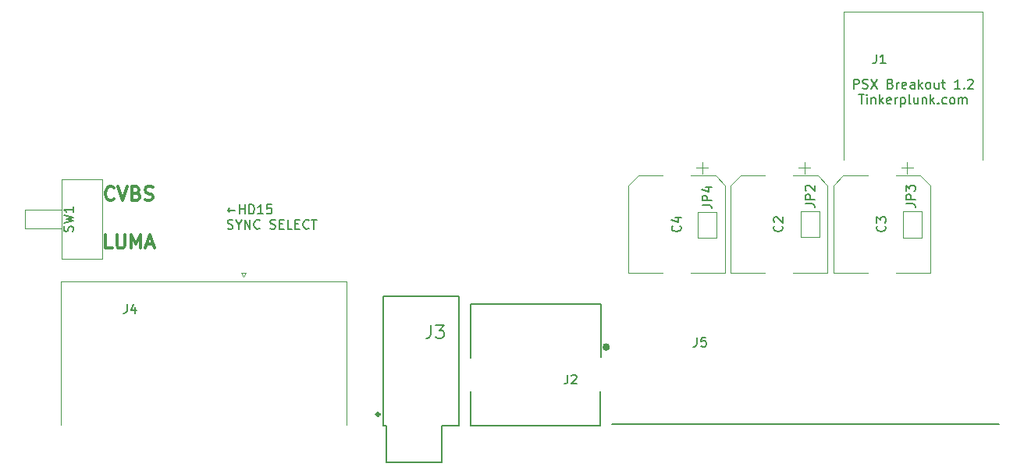
<source format=gto>
G04 #@! TF.GenerationSoftware,KiCad,Pcbnew,(5.1.0)-1*
G04 #@! TF.CreationDate,2019-07-31T11:59:21-04:00*
G04 #@! TF.ProjectId,PSX Breakout,50535820-4272-4656-916b-6f75742e6b69,rev?*
G04 #@! TF.SameCoordinates,Original*
G04 #@! TF.FileFunction,Legend,Top*
G04 #@! TF.FilePolarity,Positive*
%FSLAX46Y46*%
G04 Gerber Fmt 4.6, Leading zero omitted, Abs format (unit mm)*
G04 Created by KiCad (PCBNEW (5.1.0)-1) date 2019-07-31 11:59:21*
%MOMM*%
%LPD*%
G04 APERTURE LIST*
%ADD10C,0.300000*%
%ADD11C,0.150000*%
%ADD12C,0.400000*%
%ADD13C,0.127000*%
%ADD14C,0.120000*%
%ADD15C,0.340000*%
G04 APERTURE END LIST*
D10*
X95478571Y-85678571D02*
X94764285Y-85678571D01*
X94764285Y-84178571D01*
X95978571Y-84178571D02*
X95978571Y-85392857D01*
X96050000Y-85535714D01*
X96121428Y-85607142D01*
X96264285Y-85678571D01*
X96550000Y-85678571D01*
X96692857Y-85607142D01*
X96764285Y-85535714D01*
X96835714Y-85392857D01*
X96835714Y-84178571D01*
X97550000Y-85678571D02*
X97550000Y-84178571D01*
X98050000Y-85250000D01*
X98550000Y-84178571D01*
X98550000Y-85678571D01*
X99192857Y-85250000D02*
X99907142Y-85250000D01*
X99050000Y-85678571D02*
X99550000Y-84178571D01*
X100050000Y-85678571D01*
X95657142Y-80335714D02*
X95585714Y-80407142D01*
X95371428Y-80478571D01*
X95228571Y-80478571D01*
X95014285Y-80407142D01*
X94871428Y-80264285D01*
X94800000Y-80121428D01*
X94728571Y-79835714D01*
X94728571Y-79621428D01*
X94800000Y-79335714D01*
X94871428Y-79192857D01*
X95014285Y-79050000D01*
X95228571Y-78978571D01*
X95371428Y-78978571D01*
X95585714Y-79050000D01*
X95657142Y-79121428D01*
X96085714Y-78978571D02*
X96585714Y-80478571D01*
X97085714Y-78978571D01*
X98085714Y-79692857D02*
X98300000Y-79764285D01*
X98371428Y-79835714D01*
X98442857Y-79978571D01*
X98442857Y-80192857D01*
X98371428Y-80335714D01*
X98300000Y-80407142D01*
X98157142Y-80478571D01*
X97585714Y-80478571D01*
X97585714Y-78978571D01*
X98085714Y-78978571D01*
X98228571Y-79050000D01*
X98300000Y-79121428D01*
X98371428Y-79264285D01*
X98371428Y-79407142D01*
X98300000Y-79550000D01*
X98228571Y-79621428D01*
X98085714Y-79692857D01*
X97585714Y-79692857D01*
X99014285Y-80407142D02*
X99228571Y-80478571D01*
X99585714Y-80478571D01*
X99728571Y-80407142D01*
X99800000Y-80335714D01*
X99871428Y-80192857D01*
X99871428Y-80050000D01*
X99800000Y-79907142D01*
X99728571Y-79835714D01*
X99585714Y-79764285D01*
X99300000Y-79692857D01*
X99157142Y-79621428D01*
X99085714Y-79550000D01*
X99014285Y-79407142D01*
X99014285Y-79264285D01*
X99085714Y-79121428D01*
X99157142Y-79050000D01*
X99300000Y-78978571D01*
X99657142Y-78978571D01*
X99871428Y-79050000D01*
D11*
X175919619Y-68334380D02*
X175919619Y-67334380D01*
X176300571Y-67334380D01*
X176395809Y-67382000D01*
X176443428Y-67429619D01*
X176491047Y-67524857D01*
X176491047Y-67667714D01*
X176443428Y-67762952D01*
X176395809Y-67810571D01*
X176300571Y-67858190D01*
X175919619Y-67858190D01*
X176872000Y-68286761D02*
X177014857Y-68334380D01*
X177252952Y-68334380D01*
X177348190Y-68286761D01*
X177395809Y-68239142D01*
X177443428Y-68143904D01*
X177443428Y-68048666D01*
X177395809Y-67953428D01*
X177348190Y-67905809D01*
X177252952Y-67858190D01*
X177062476Y-67810571D01*
X176967238Y-67762952D01*
X176919619Y-67715333D01*
X176872000Y-67620095D01*
X176872000Y-67524857D01*
X176919619Y-67429619D01*
X176967238Y-67382000D01*
X177062476Y-67334380D01*
X177300571Y-67334380D01*
X177443428Y-67382000D01*
X177776761Y-67334380D02*
X178443428Y-68334380D01*
X178443428Y-67334380D02*
X177776761Y-68334380D01*
X179919619Y-67810571D02*
X180062476Y-67858190D01*
X180110095Y-67905809D01*
X180157714Y-68001047D01*
X180157714Y-68143904D01*
X180110095Y-68239142D01*
X180062476Y-68286761D01*
X179967238Y-68334380D01*
X179586285Y-68334380D01*
X179586285Y-67334380D01*
X179919619Y-67334380D01*
X180014857Y-67382000D01*
X180062476Y-67429619D01*
X180110095Y-67524857D01*
X180110095Y-67620095D01*
X180062476Y-67715333D01*
X180014857Y-67762952D01*
X179919619Y-67810571D01*
X179586285Y-67810571D01*
X180586285Y-68334380D02*
X180586285Y-67667714D01*
X180586285Y-67858190D02*
X180633904Y-67762952D01*
X180681523Y-67715333D01*
X180776761Y-67667714D01*
X180872000Y-67667714D01*
X181586285Y-68286761D02*
X181491047Y-68334380D01*
X181300571Y-68334380D01*
X181205333Y-68286761D01*
X181157714Y-68191523D01*
X181157714Y-67810571D01*
X181205333Y-67715333D01*
X181300571Y-67667714D01*
X181491047Y-67667714D01*
X181586285Y-67715333D01*
X181633904Y-67810571D01*
X181633904Y-67905809D01*
X181157714Y-68001047D01*
X182491047Y-68334380D02*
X182491047Y-67810571D01*
X182443428Y-67715333D01*
X182348190Y-67667714D01*
X182157714Y-67667714D01*
X182062476Y-67715333D01*
X182491047Y-68286761D02*
X182395809Y-68334380D01*
X182157714Y-68334380D01*
X182062476Y-68286761D01*
X182014857Y-68191523D01*
X182014857Y-68096285D01*
X182062476Y-68001047D01*
X182157714Y-67953428D01*
X182395809Y-67953428D01*
X182491047Y-67905809D01*
X182967238Y-68334380D02*
X182967238Y-67334380D01*
X183062476Y-67953428D02*
X183348190Y-68334380D01*
X183348190Y-67667714D02*
X182967238Y-68048666D01*
X183919619Y-68334380D02*
X183824380Y-68286761D01*
X183776761Y-68239142D01*
X183729142Y-68143904D01*
X183729142Y-67858190D01*
X183776761Y-67762952D01*
X183824380Y-67715333D01*
X183919619Y-67667714D01*
X184062476Y-67667714D01*
X184157714Y-67715333D01*
X184205333Y-67762952D01*
X184252952Y-67858190D01*
X184252952Y-68143904D01*
X184205333Y-68239142D01*
X184157714Y-68286761D01*
X184062476Y-68334380D01*
X183919619Y-68334380D01*
X185110095Y-67667714D02*
X185110095Y-68334380D01*
X184681523Y-67667714D02*
X184681523Y-68191523D01*
X184729142Y-68286761D01*
X184824380Y-68334380D01*
X184967238Y-68334380D01*
X185062476Y-68286761D01*
X185110095Y-68239142D01*
X185443428Y-67667714D02*
X185824380Y-67667714D01*
X185586285Y-67334380D02*
X185586285Y-68191523D01*
X185633904Y-68286761D01*
X185729142Y-68334380D01*
X185824380Y-68334380D01*
X187443428Y-68334380D02*
X186872000Y-68334380D01*
X187157714Y-68334380D02*
X187157714Y-67334380D01*
X187062476Y-67477238D01*
X186967238Y-67572476D01*
X186872000Y-67620095D01*
X187872000Y-68239142D02*
X187919619Y-68286761D01*
X187872000Y-68334380D01*
X187824380Y-68286761D01*
X187872000Y-68239142D01*
X187872000Y-68334380D01*
X188300571Y-67429619D02*
X188348190Y-67382000D01*
X188443428Y-67334380D01*
X188681523Y-67334380D01*
X188776761Y-67382000D01*
X188824380Y-67429619D01*
X188872000Y-67524857D01*
X188872000Y-67620095D01*
X188824380Y-67762952D01*
X188252952Y-68334380D01*
X188872000Y-68334380D01*
X176443428Y-68984380D02*
X177014857Y-68984380D01*
X176729142Y-69984380D02*
X176729142Y-68984380D01*
X177348190Y-69984380D02*
X177348190Y-69317714D01*
X177348190Y-68984380D02*
X177300571Y-69032000D01*
X177348190Y-69079619D01*
X177395809Y-69032000D01*
X177348190Y-68984380D01*
X177348190Y-69079619D01*
X177824380Y-69317714D02*
X177824380Y-69984380D01*
X177824380Y-69412952D02*
X177872000Y-69365333D01*
X177967238Y-69317714D01*
X178110095Y-69317714D01*
X178205333Y-69365333D01*
X178252952Y-69460571D01*
X178252952Y-69984380D01*
X178729142Y-69984380D02*
X178729142Y-68984380D01*
X178824380Y-69603428D02*
X179110095Y-69984380D01*
X179110095Y-69317714D02*
X178729142Y-69698666D01*
X179919619Y-69936761D02*
X179824380Y-69984380D01*
X179633904Y-69984380D01*
X179538666Y-69936761D01*
X179491047Y-69841523D01*
X179491047Y-69460571D01*
X179538666Y-69365333D01*
X179633904Y-69317714D01*
X179824380Y-69317714D01*
X179919619Y-69365333D01*
X179967238Y-69460571D01*
X179967238Y-69555809D01*
X179491047Y-69651047D01*
X180395809Y-69984380D02*
X180395809Y-69317714D01*
X180395809Y-69508190D02*
X180443428Y-69412952D01*
X180491047Y-69365333D01*
X180586285Y-69317714D01*
X180681523Y-69317714D01*
X181014857Y-69317714D02*
X181014857Y-70317714D01*
X181014857Y-69365333D02*
X181110095Y-69317714D01*
X181300571Y-69317714D01*
X181395809Y-69365333D01*
X181443428Y-69412952D01*
X181491047Y-69508190D01*
X181491047Y-69793904D01*
X181443428Y-69889142D01*
X181395809Y-69936761D01*
X181300571Y-69984380D01*
X181110095Y-69984380D01*
X181014857Y-69936761D01*
X182062476Y-69984380D02*
X181967238Y-69936761D01*
X181919619Y-69841523D01*
X181919619Y-68984380D01*
X182872000Y-69317714D02*
X182872000Y-69984380D01*
X182443428Y-69317714D02*
X182443428Y-69841523D01*
X182491047Y-69936761D01*
X182586285Y-69984380D01*
X182729142Y-69984380D01*
X182824380Y-69936761D01*
X182872000Y-69889142D01*
X183348190Y-69317714D02*
X183348190Y-69984380D01*
X183348190Y-69412952D02*
X183395809Y-69365333D01*
X183491047Y-69317714D01*
X183633904Y-69317714D01*
X183729142Y-69365333D01*
X183776761Y-69460571D01*
X183776761Y-69984380D01*
X184252952Y-69984380D02*
X184252952Y-68984380D01*
X184348190Y-69603428D02*
X184633904Y-69984380D01*
X184633904Y-69317714D02*
X184252952Y-69698666D01*
X185062476Y-69889142D02*
X185110095Y-69936761D01*
X185062476Y-69984380D01*
X185014857Y-69936761D01*
X185062476Y-69889142D01*
X185062476Y-69984380D01*
X185967238Y-69936761D02*
X185872000Y-69984380D01*
X185681523Y-69984380D01*
X185586285Y-69936761D01*
X185538666Y-69889142D01*
X185491047Y-69793904D01*
X185491047Y-69508190D01*
X185538666Y-69412952D01*
X185586285Y-69365333D01*
X185681523Y-69317714D01*
X185872000Y-69317714D01*
X185967238Y-69365333D01*
X186538666Y-69984380D02*
X186443428Y-69936761D01*
X186395809Y-69889142D01*
X186348190Y-69793904D01*
X186348190Y-69508190D01*
X186395809Y-69412952D01*
X186443428Y-69365333D01*
X186538666Y-69317714D01*
X186681523Y-69317714D01*
X186776761Y-69365333D01*
X186824380Y-69412952D01*
X186872000Y-69508190D01*
X186872000Y-69793904D01*
X186824380Y-69889142D01*
X186776761Y-69936761D01*
X186681523Y-69984380D01*
X186538666Y-69984380D01*
X187300571Y-69984380D02*
X187300571Y-69317714D01*
X187300571Y-69412952D02*
X187348190Y-69365333D01*
X187443428Y-69317714D01*
X187586285Y-69317714D01*
X187681523Y-69365333D01*
X187729142Y-69460571D01*
X187729142Y-69984380D01*
X187729142Y-69460571D02*
X187776761Y-69365333D01*
X187872000Y-69317714D01*
X188014857Y-69317714D01*
X188110095Y-69365333D01*
X188157714Y-69460571D01*
X188157714Y-69984380D01*
X108797500Y-81546428D02*
X108035595Y-81546428D01*
X108226071Y-81736904D02*
X108035595Y-81546428D01*
X108226071Y-81355952D01*
X109273690Y-81927380D02*
X109273690Y-80927380D01*
X109273690Y-81403571D02*
X109845119Y-81403571D01*
X109845119Y-81927380D02*
X109845119Y-80927380D01*
X110321309Y-81927380D02*
X110321309Y-80927380D01*
X110559404Y-80927380D01*
X110702261Y-80975000D01*
X110797500Y-81070238D01*
X110845119Y-81165476D01*
X110892738Y-81355952D01*
X110892738Y-81498809D01*
X110845119Y-81689285D01*
X110797500Y-81784523D01*
X110702261Y-81879761D01*
X110559404Y-81927380D01*
X110321309Y-81927380D01*
X111845119Y-81927380D02*
X111273690Y-81927380D01*
X111559404Y-81927380D02*
X111559404Y-80927380D01*
X111464166Y-81070238D01*
X111368928Y-81165476D01*
X111273690Y-81213095D01*
X112749880Y-80927380D02*
X112273690Y-80927380D01*
X112226071Y-81403571D01*
X112273690Y-81355952D01*
X112368928Y-81308333D01*
X112607023Y-81308333D01*
X112702261Y-81355952D01*
X112749880Y-81403571D01*
X112797500Y-81498809D01*
X112797500Y-81736904D01*
X112749880Y-81832142D01*
X112702261Y-81879761D01*
X112607023Y-81927380D01*
X112368928Y-81927380D01*
X112273690Y-81879761D01*
X112226071Y-81832142D01*
X107987976Y-83529761D02*
X108130833Y-83577380D01*
X108368928Y-83577380D01*
X108464166Y-83529761D01*
X108511785Y-83482142D01*
X108559404Y-83386904D01*
X108559404Y-83291666D01*
X108511785Y-83196428D01*
X108464166Y-83148809D01*
X108368928Y-83101190D01*
X108178452Y-83053571D01*
X108083214Y-83005952D01*
X108035595Y-82958333D01*
X107987976Y-82863095D01*
X107987976Y-82767857D01*
X108035595Y-82672619D01*
X108083214Y-82625000D01*
X108178452Y-82577380D01*
X108416547Y-82577380D01*
X108559404Y-82625000D01*
X109178452Y-83101190D02*
X109178452Y-83577380D01*
X108845119Y-82577380D02*
X109178452Y-83101190D01*
X109511785Y-82577380D01*
X109845119Y-83577380D02*
X109845119Y-82577380D01*
X110416547Y-83577380D01*
X110416547Y-82577380D01*
X111464166Y-83482142D02*
X111416547Y-83529761D01*
X111273690Y-83577380D01*
X111178452Y-83577380D01*
X111035595Y-83529761D01*
X110940357Y-83434523D01*
X110892738Y-83339285D01*
X110845119Y-83148809D01*
X110845119Y-83005952D01*
X110892738Y-82815476D01*
X110940357Y-82720238D01*
X111035595Y-82625000D01*
X111178452Y-82577380D01*
X111273690Y-82577380D01*
X111416547Y-82625000D01*
X111464166Y-82672619D01*
X112607023Y-83529761D02*
X112749880Y-83577380D01*
X112987976Y-83577380D01*
X113083214Y-83529761D01*
X113130833Y-83482142D01*
X113178452Y-83386904D01*
X113178452Y-83291666D01*
X113130833Y-83196428D01*
X113083214Y-83148809D01*
X112987976Y-83101190D01*
X112797500Y-83053571D01*
X112702261Y-83005952D01*
X112654642Y-82958333D01*
X112607023Y-82863095D01*
X112607023Y-82767857D01*
X112654642Y-82672619D01*
X112702261Y-82625000D01*
X112797500Y-82577380D01*
X113035595Y-82577380D01*
X113178452Y-82625000D01*
X113607023Y-83053571D02*
X113940357Y-83053571D01*
X114083214Y-83577380D02*
X113607023Y-83577380D01*
X113607023Y-82577380D01*
X114083214Y-82577380D01*
X114987976Y-83577380D02*
X114511785Y-83577380D01*
X114511785Y-82577380D01*
X115321309Y-83053571D02*
X115654642Y-83053571D01*
X115797500Y-83577380D02*
X115321309Y-83577380D01*
X115321309Y-82577380D01*
X115797500Y-82577380D01*
X116797500Y-83482142D02*
X116749880Y-83529761D01*
X116607023Y-83577380D01*
X116511785Y-83577380D01*
X116368928Y-83529761D01*
X116273690Y-83434523D01*
X116226071Y-83339285D01*
X116178452Y-83148809D01*
X116178452Y-83005952D01*
X116226071Y-82815476D01*
X116273690Y-82720238D01*
X116368928Y-82625000D01*
X116511785Y-82577380D01*
X116607023Y-82577380D01*
X116749880Y-82625000D01*
X116797500Y-82672619D01*
X117083214Y-82577380D02*
X117654642Y-82577380D01*
X117368928Y-83577380D02*
X117368928Y-82577380D01*
D12*
X149260000Y-96400000D02*
G75*
G03X149260000Y-96400000I-200000J0D01*
G01*
D13*
X134350000Y-91700000D02*
X134350000Y-97550000D01*
X134350000Y-104900000D02*
X134350000Y-101210000D01*
X148450000Y-91700000D02*
X148450000Y-97500000D01*
X148400000Y-104900000D02*
X148400000Y-101210000D01*
X134350000Y-91700000D02*
X148450000Y-91700000D01*
X148400000Y-104900000D02*
X134350000Y-104900000D01*
D11*
X149660000Y-104800000D02*
X191660000Y-104800000D01*
D14*
X174830000Y-60000000D02*
X189930000Y-60000000D01*
X189930000Y-60000000D02*
X189930000Y-76100000D01*
X174830000Y-60000000D02*
X174830000Y-76100000D01*
X162553000Y-88318000D02*
X166303000Y-88318000D01*
X173073000Y-88318000D02*
X169323000Y-88318000D01*
X173073000Y-78862437D02*
X173073000Y-88318000D01*
X162553000Y-78862437D02*
X162553000Y-88318000D01*
X163617437Y-77798000D02*
X166303000Y-77798000D01*
X172008563Y-77798000D02*
X169323000Y-77798000D01*
X172008563Y-77798000D02*
X173073000Y-78862437D01*
X163617437Y-77798000D02*
X162553000Y-78862437D01*
X170573000Y-76308000D02*
X170573000Y-77558000D01*
X171198000Y-76933000D02*
X169948000Y-76933000D01*
X182328000Y-76933000D02*
X181078000Y-76933000D01*
X181703000Y-76308000D02*
X181703000Y-77558000D01*
X174747437Y-77798000D02*
X173683000Y-78862437D01*
X183138563Y-77798000D02*
X184203000Y-78862437D01*
X183138563Y-77798000D02*
X180453000Y-77798000D01*
X174747437Y-77798000D02*
X177433000Y-77798000D01*
X173683000Y-78862437D02*
X173683000Y-88318000D01*
X184203000Y-78862437D02*
X184203000Y-88318000D01*
X184203000Y-88318000D02*
X180453000Y-88318000D01*
X173683000Y-88318000D02*
X177433000Y-88318000D01*
X151458000Y-88318000D02*
X155208000Y-88318000D01*
X161978000Y-88318000D02*
X158228000Y-88318000D01*
X161978000Y-78862437D02*
X161978000Y-88318000D01*
X151458000Y-78862437D02*
X151458000Y-88318000D01*
X152522437Y-77798000D02*
X155208000Y-77798000D01*
X160913563Y-77798000D02*
X158228000Y-77798000D01*
X160913563Y-77798000D02*
X161978000Y-78862437D01*
X152522437Y-77798000D02*
X151458000Y-78862437D01*
X159478000Y-76308000D02*
X159478000Y-77558000D01*
X160103000Y-76933000D02*
X158853000Y-76933000D01*
X170196000Y-81658000D02*
X172196000Y-81658000D01*
X170196000Y-84458000D02*
X170196000Y-81658000D01*
X172196000Y-84458000D02*
X170196000Y-84458000D01*
X172196000Y-81658000D02*
X172196000Y-84458000D01*
X183245000Y-81695000D02*
X183245000Y-84495000D01*
X183245000Y-84495000D02*
X181245000Y-84495000D01*
X181245000Y-84495000D02*
X181245000Y-81695000D01*
X181245000Y-81695000D02*
X183245000Y-81695000D01*
X159020000Y-81748000D02*
X161020000Y-81748000D01*
X159020000Y-84548000D02*
X159020000Y-81748000D01*
X161020000Y-84548000D02*
X159020000Y-84548000D01*
X161020000Y-81748000D02*
X161020000Y-84548000D01*
X86000000Y-81500000D02*
X90000000Y-81500000D01*
X86000000Y-83500000D02*
X86000000Y-81500000D01*
X90000000Y-83500000D02*
X86000000Y-83500000D01*
X94400000Y-78200000D02*
X94400000Y-86800000D01*
X90000000Y-78200000D02*
X94400000Y-78200000D01*
X90000000Y-86800000D02*
X90000000Y-78200000D01*
X94400000Y-86800000D02*
X90000000Y-86800000D01*
D15*
X124470000Y-103700000D02*
G75*
G03X124470000Y-103700000I-170000J0D01*
G01*
D13*
X125200000Y-104900000D02*
X124900000Y-104900000D01*
X125200000Y-108900000D02*
X125200000Y-104900000D01*
X131200000Y-108900000D02*
X125200000Y-108900000D01*
X131200000Y-104900000D02*
X131200000Y-108900000D01*
X133100000Y-104900000D02*
X131200000Y-104900000D01*
X133100000Y-90900000D02*
X133100000Y-104900000D01*
X124900000Y-90900000D02*
X133100000Y-90900000D01*
X124900000Y-104900000D02*
X124900000Y-90900000D01*
D14*
X89900000Y-104870000D02*
X89900000Y-89260000D01*
X89900000Y-89260000D02*
X120870000Y-89260000D01*
X120870000Y-89260000D02*
X120870000Y-104870000D01*
X109450000Y-88365662D02*
X109950000Y-88365662D01*
X109950000Y-88365662D02*
X109700000Y-88798675D01*
X109700000Y-88798675D02*
X109450000Y-88365662D01*
D11*
X144859166Y-99403380D02*
X144859166Y-100117666D01*
X144811547Y-100260523D01*
X144716309Y-100355761D01*
X144573452Y-100403380D01*
X144478214Y-100403380D01*
X145287738Y-99498619D02*
X145335357Y-99451000D01*
X145430595Y-99403380D01*
X145668690Y-99403380D01*
X145763928Y-99451000D01*
X145811547Y-99498619D01*
X145859166Y-99593857D01*
X145859166Y-99689095D01*
X145811547Y-99831952D01*
X145240119Y-100403380D01*
X145859166Y-100403380D01*
X158896666Y-95362380D02*
X158896666Y-96076666D01*
X158849047Y-96219523D01*
X158753809Y-96314761D01*
X158610952Y-96362380D01*
X158515714Y-96362380D01*
X159849047Y-95362380D02*
X159372857Y-95362380D01*
X159325238Y-95838571D01*
X159372857Y-95790952D01*
X159468095Y-95743333D01*
X159706190Y-95743333D01*
X159801428Y-95790952D01*
X159849047Y-95838571D01*
X159896666Y-95933809D01*
X159896666Y-96171904D01*
X159849047Y-96267142D01*
X159801428Y-96314761D01*
X159706190Y-96362380D01*
X159468095Y-96362380D01*
X159372857Y-96314761D01*
X159325238Y-96267142D01*
X178355666Y-64603380D02*
X178355666Y-65317666D01*
X178308047Y-65460523D01*
X178212809Y-65555761D01*
X178069952Y-65603380D01*
X177974714Y-65603380D01*
X179355666Y-65603380D02*
X178784238Y-65603380D01*
X179069952Y-65603380D02*
X179069952Y-64603380D01*
X178974714Y-64746238D01*
X178879476Y-64841476D01*
X178784238Y-64889095D01*
X168124142Y-83224666D02*
X168171761Y-83272285D01*
X168219380Y-83415142D01*
X168219380Y-83510380D01*
X168171761Y-83653238D01*
X168076523Y-83748476D01*
X167981285Y-83796095D01*
X167790809Y-83843714D01*
X167647952Y-83843714D01*
X167457476Y-83796095D01*
X167362238Y-83748476D01*
X167267000Y-83653238D01*
X167219380Y-83510380D01*
X167219380Y-83415142D01*
X167267000Y-83272285D01*
X167314619Y-83224666D01*
X167314619Y-82843714D02*
X167267000Y-82796095D01*
X167219380Y-82700857D01*
X167219380Y-82462761D01*
X167267000Y-82367523D01*
X167314619Y-82319904D01*
X167409857Y-82272285D01*
X167505095Y-82272285D01*
X167647952Y-82319904D01*
X168219380Y-82891333D01*
X168219380Y-82272285D01*
X179300142Y-83224666D02*
X179347761Y-83272285D01*
X179395380Y-83415142D01*
X179395380Y-83510380D01*
X179347761Y-83653238D01*
X179252523Y-83748476D01*
X179157285Y-83796095D01*
X178966809Y-83843714D01*
X178823952Y-83843714D01*
X178633476Y-83796095D01*
X178538238Y-83748476D01*
X178443000Y-83653238D01*
X178395380Y-83510380D01*
X178395380Y-83415142D01*
X178443000Y-83272285D01*
X178490619Y-83224666D01*
X178395380Y-82891333D02*
X178395380Y-82272285D01*
X178776333Y-82605619D01*
X178776333Y-82462761D01*
X178823952Y-82367523D01*
X178871571Y-82319904D01*
X178966809Y-82272285D01*
X179204904Y-82272285D01*
X179300142Y-82319904D01*
X179347761Y-82367523D01*
X179395380Y-82462761D01*
X179395380Y-82748476D01*
X179347761Y-82843714D01*
X179300142Y-82891333D01*
X157075142Y-83224666D02*
X157122761Y-83272285D01*
X157170380Y-83415142D01*
X157170380Y-83510380D01*
X157122761Y-83653238D01*
X157027523Y-83748476D01*
X156932285Y-83796095D01*
X156741809Y-83843714D01*
X156598952Y-83843714D01*
X156408476Y-83796095D01*
X156313238Y-83748476D01*
X156218000Y-83653238D01*
X156170380Y-83510380D01*
X156170380Y-83415142D01*
X156218000Y-83272285D01*
X156265619Y-83224666D01*
X156503714Y-82367523D02*
X157170380Y-82367523D01*
X156122761Y-82605619D02*
X156837047Y-82843714D01*
X156837047Y-82224666D01*
X170648380Y-80843333D02*
X171362666Y-80843333D01*
X171505523Y-80890952D01*
X171600761Y-80986190D01*
X171648380Y-81129047D01*
X171648380Y-81224285D01*
X171648380Y-80367142D02*
X170648380Y-80367142D01*
X170648380Y-79986190D01*
X170696000Y-79890952D01*
X170743619Y-79843333D01*
X170838857Y-79795714D01*
X170981714Y-79795714D01*
X171076952Y-79843333D01*
X171124571Y-79890952D01*
X171172190Y-79986190D01*
X171172190Y-80367142D01*
X170743619Y-79414761D02*
X170696000Y-79367142D01*
X170648380Y-79271904D01*
X170648380Y-79033809D01*
X170696000Y-78938571D01*
X170743619Y-78890952D01*
X170838857Y-78843333D01*
X170934095Y-78843333D01*
X171076952Y-78890952D01*
X171648380Y-79462380D01*
X171648380Y-78843333D01*
X181570380Y-80843333D02*
X182284666Y-80843333D01*
X182427523Y-80890952D01*
X182522761Y-80986190D01*
X182570380Y-81129047D01*
X182570380Y-81224285D01*
X182570380Y-80367142D02*
X181570380Y-80367142D01*
X181570380Y-79986190D01*
X181618000Y-79890952D01*
X181665619Y-79843333D01*
X181760857Y-79795714D01*
X181903714Y-79795714D01*
X181998952Y-79843333D01*
X182046571Y-79890952D01*
X182094190Y-79986190D01*
X182094190Y-80367142D01*
X181570380Y-79462380D02*
X181570380Y-78843333D01*
X181951333Y-79176666D01*
X181951333Y-79033809D01*
X181998952Y-78938571D01*
X182046571Y-78890952D01*
X182141809Y-78843333D01*
X182379904Y-78843333D01*
X182475142Y-78890952D01*
X182522761Y-78938571D01*
X182570380Y-79033809D01*
X182570380Y-79319523D01*
X182522761Y-79414761D01*
X182475142Y-79462380D01*
X159472380Y-80970333D02*
X160186666Y-80970333D01*
X160329523Y-81017952D01*
X160424761Y-81113190D01*
X160472380Y-81256047D01*
X160472380Y-81351285D01*
X160472380Y-80494142D02*
X159472380Y-80494142D01*
X159472380Y-80113190D01*
X159520000Y-80017952D01*
X159567619Y-79970333D01*
X159662857Y-79922714D01*
X159805714Y-79922714D01*
X159900952Y-79970333D01*
X159948571Y-80017952D01*
X159996190Y-80113190D01*
X159996190Y-80494142D01*
X159805714Y-79065571D02*
X160472380Y-79065571D01*
X159424761Y-79303666D02*
X160139047Y-79541761D01*
X160139047Y-78922714D01*
X91169761Y-83833333D02*
X91217380Y-83690476D01*
X91217380Y-83452380D01*
X91169761Y-83357142D01*
X91122142Y-83309523D01*
X91026904Y-83261904D01*
X90931666Y-83261904D01*
X90836428Y-83309523D01*
X90788809Y-83357142D01*
X90741190Y-83452380D01*
X90693571Y-83642857D01*
X90645952Y-83738095D01*
X90598333Y-83785714D01*
X90503095Y-83833333D01*
X90407857Y-83833333D01*
X90312619Y-83785714D01*
X90265000Y-83738095D01*
X90217380Y-83642857D01*
X90217380Y-83404761D01*
X90265000Y-83261904D01*
X90217380Y-82928571D02*
X91217380Y-82690476D01*
X90503095Y-82500000D01*
X91217380Y-82309523D01*
X90217380Y-82071428D01*
X91217380Y-81166666D02*
X91217380Y-81738095D01*
X91217380Y-81452380D02*
X90217380Y-81452380D01*
X90360238Y-81547619D01*
X90455476Y-81642857D01*
X90503095Y-81738095D01*
X130030103Y-94042955D02*
X130030103Y-95043448D01*
X129963403Y-95243546D01*
X129830004Y-95376945D01*
X129629906Y-95443645D01*
X129496507Y-95443645D01*
X130563699Y-94042955D02*
X131430793Y-94042955D01*
X130963896Y-94576551D01*
X131163995Y-94576551D01*
X131297394Y-94643251D01*
X131364093Y-94709950D01*
X131430793Y-94843349D01*
X131430793Y-95176847D01*
X131364093Y-95310246D01*
X131297394Y-95376945D01*
X131163995Y-95443645D01*
X130763798Y-95443645D01*
X130630399Y-95376945D01*
X130563699Y-95310246D01*
X97065166Y-91749380D02*
X97065166Y-92463666D01*
X97017547Y-92606523D01*
X96922309Y-92701761D01*
X96779452Y-92749380D01*
X96684214Y-92749380D01*
X97969928Y-92082714D02*
X97969928Y-92749380D01*
X97731833Y-91701761D02*
X97493738Y-92416047D01*
X98112785Y-92416047D01*
M02*

</source>
